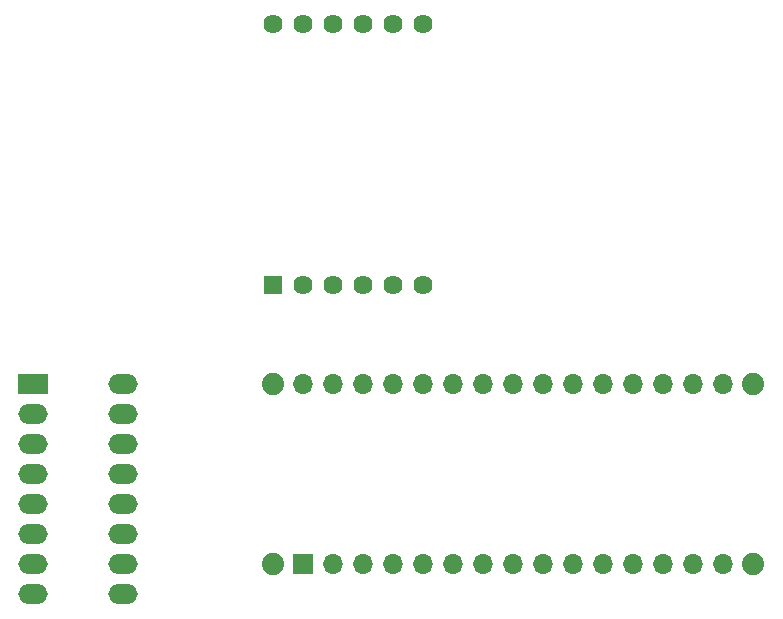
<source format=gbr>
%TF.GenerationSoftware,KiCad,Pcbnew,(5.1.6)-1*%
%TF.CreationDate,2020-12-02T03:44:21-06:00*%
%TF.ProjectId,BoardDesign,426f6172-6444-4657-9369-676e2e6b6963,rev?*%
%TF.SameCoordinates,Original*%
%TF.FileFunction,Soldermask,Bot*%
%TF.FilePolarity,Negative*%
%FSLAX46Y46*%
G04 Gerber Fmt 4.6, Leading zero omitted, Abs format (unit mm)*
G04 Created by KiCad (PCBNEW (5.1.6)-1) date 2020-12-02 03:44:21*
%MOMM*%
%LPD*%
G01*
G04 APERTURE LIST*
%ADD10O,2.500000X1.700000*%
%ADD11R,2.500000X1.700000*%
%ADD12C,1.624000*%
%ADD13R,1.624000X1.624000*%
%ADD14C,1.880000*%
%ADD15O,1.700000X1.700000*%
%ADD16R,1.700000X1.700000*%
G04 APERTURE END LIST*
D10*
%TO.C,74HC595*%
X121920000Y-60960000D03*
X114300000Y-78740000D03*
X121920000Y-63500000D03*
X114300000Y-76200000D03*
X121920000Y-66040000D03*
X114300000Y-73660000D03*
X121920000Y-68580000D03*
X114300000Y-71120000D03*
X121920000Y-71120000D03*
X114300000Y-68580000D03*
X121920000Y-73660000D03*
X114300000Y-66040000D03*
X121920000Y-76200000D03*
X114300000Y-63500000D03*
X121920000Y-78740000D03*
D11*
X114300000Y-60960000D03*
%TD*%
D12*
%TO.C,Screen*%
X147320000Y-52578000D03*
X144780000Y-52578000D03*
X142240000Y-52578000D03*
X139700000Y-52578000D03*
X137160000Y-52578000D03*
D13*
X134620000Y-52578000D03*
D12*
X147320000Y-30480000D03*
X144780000Y-30480000D03*
X142240000Y-30480000D03*
X139700000Y-30480000D03*
X137160000Y-30480000D03*
X134620000Y-30480000D03*
%TD*%
D14*
%TO.C,A1*%
X175260000Y-76200000D03*
X175260000Y-60960000D03*
X134620000Y-60960000D03*
X134620000Y-76200000D03*
D15*
X172720000Y-60960000D03*
X172720000Y-76200000D03*
X137160000Y-60960000D03*
X170180000Y-76200000D03*
X139700000Y-60960000D03*
X167640000Y-76200000D03*
X142240000Y-60960000D03*
X165100000Y-76200000D03*
X144780000Y-60960000D03*
X162560000Y-76200000D03*
X147320000Y-60960000D03*
X160020000Y-76200000D03*
X149860000Y-60960000D03*
X157480000Y-76200000D03*
X152400000Y-60960000D03*
X154940000Y-76200000D03*
X154940000Y-60960000D03*
X152400000Y-76200000D03*
X157480000Y-60960000D03*
X149860000Y-76200000D03*
X160020000Y-60960000D03*
X147320000Y-76200000D03*
X162560000Y-60960000D03*
X144780000Y-76200000D03*
X165100000Y-60960000D03*
X142240000Y-76200000D03*
X167640000Y-60960000D03*
X139700000Y-76200000D03*
X170180000Y-60960000D03*
D16*
X137160000Y-76200000D03*
%TD*%
M02*

</source>
